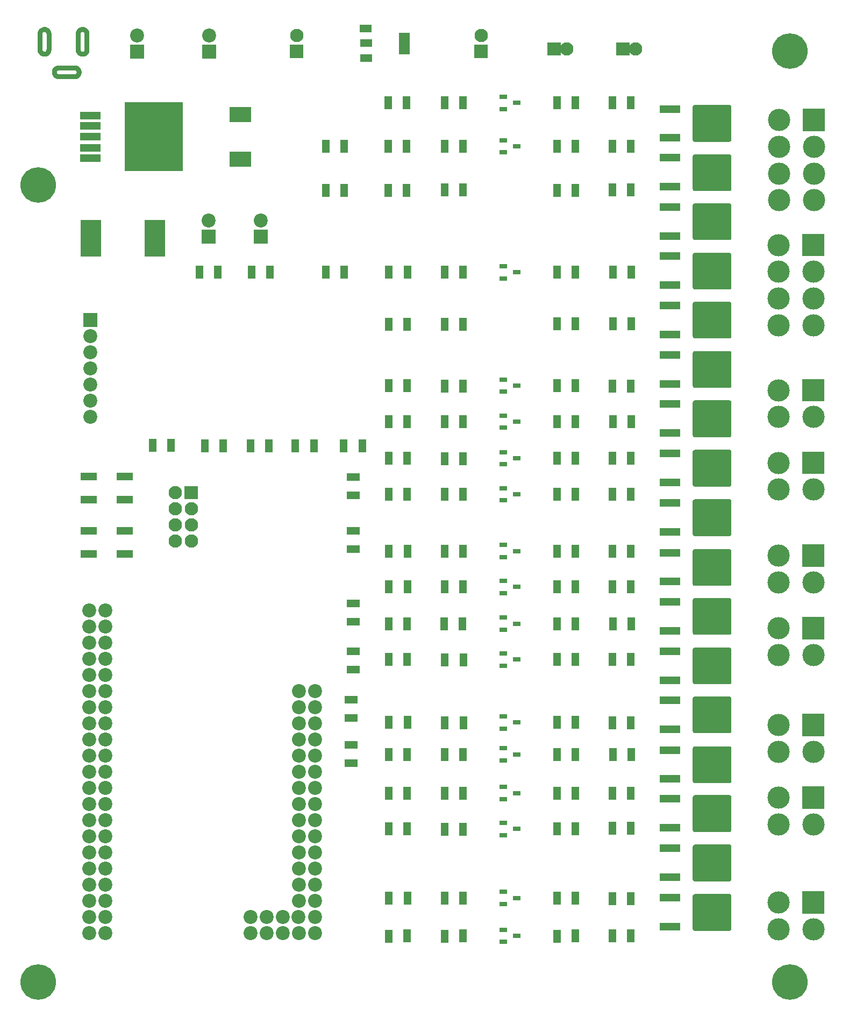
<source format=gbr>
%FSLAX34Y34*%
%MOMM*%
%LNSOLDERMASK_TOP*%
G71*
G01*
%ADD10C, 2.20*%
%ADD11C, 2.20*%
%ADD12C, 2.10*%
%ADD13C, 2.10*%
%ADD14R, 3.35X2.40*%
%ADD15R, 3.30X5.80*%
%ADD16C, 0.20*%
%ADD17R, 2.50X1.30*%
%ADD18R, 3.20X1.20*%
%ADD19R, 9.20X10.80*%
%ADD20C, 2.20*%
%ADD21C, 2.10*%
%ADD22C, 3.50*%
%ADD23R, 1.20X2.00*%
%ADD24R, 2.00X1.20*%
%ADD25R, 3.20X1.30*%
%ADD26R, 1.20X0.80*%
%ADD27R, 1.90X1.20*%
%ADD28R, 1.80X3.50*%
%ADD29C, 0.80*%
%ADD30C, 5.60*%
%LPD*%
X171450Y-1471006D02*
G54D10*
D03*
G36*
X323962Y-71738D02*
X345962Y-71738D01*
X345962Y-93738D01*
X323962Y-93738D01*
X323962Y-71738D01*
G37*
X334962Y-57338D02*
G54D11*
D03*
X221456Y-57338D02*
G54D11*
D03*
G36*
X210456Y-71738D02*
X232456Y-71738D01*
X232456Y-93738D01*
X210456Y-93738D01*
X210456Y-71738D01*
G37*
G36*
X405718Y-363044D02*
X427718Y-363044D01*
X427718Y-385044D01*
X405718Y-385044D01*
X405718Y-363044D01*
G37*
X416718Y-348644D02*
G54D11*
D03*
X334168Y-348644D02*
G54D11*
D03*
G36*
X323168Y-363044D02*
X345168Y-363044D01*
X345168Y-385044D01*
X323168Y-385044D01*
X323168Y-363044D01*
G37*
G36*
X462575Y-72238D02*
X483575Y-72238D01*
X483575Y-93238D01*
X462575Y-93238D01*
X462575Y-72238D01*
G37*
X473075Y-57338D02*
G54D12*
D03*
G36*
X753087Y-72238D02*
X774087Y-72238D01*
X774087Y-93238D01*
X753087Y-93238D01*
X753087Y-72238D01*
G37*
X763587Y-57338D02*
G54D13*
D03*
X384175Y-252600D02*
G54D14*
D03*
X384175Y-181956D02*
G54D14*
D03*
X149225Y-376425D02*
G54D15*
D03*
X250031Y-376425D02*
G54D15*
D03*
G36*
X1154112Y-533588D02*
X1100112Y-533588D01*
X1099465Y-533502D01*
X1098862Y-533253D01*
X1098345Y-532856D01*
X1097947Y-532338D01*
X1097698Y-531735D01*
X1097612Y-531088D01*
X1097612Y-479788D01*
X1097698Y-479141D01*
X1097947Y-478538D01*
X1098345Y-478020D01*
X1098862Y-477623D01*
X1099465Y-477373D01*
X1100112Y-477288D01*
X1154112Y-477288D01*
X1154760Y-477373D01*
X1155362Y-477623D01*
X1155880Y-478020D01*
X1156277Y-478538D01*
X1156527Y-479141D01*
X1156612Y-479788D01*
X1156612Y-531088D01*
X1156527Y-531735D01*
X1156277Y-532338D01*
X1155880Y-532856D01*
X1155362Y-533253D01*
X1154760Y-533502D01*
X1154112Y-533588D01*
G37*
G54D16*
X1154112Y-533588D02*
X1100112Y-533588D01*
X1099465Y-533502D01*
X1098862Y-533253D01*
X1098345Y-532856D01*
X1097947Y-532338D01*
X1097698Y-531735D01*
X1097612Y-531088D01*
X1097612Y-479788D01*
X1097698Y-479141D01*
X1097947Y-478538D01*
X1098345Y-478020D01*
X1098862Y-477623D01*
X1099465Y-477373D01*
X1100112Y-477288D01*
X1154112Y-477288D01*
X1154760Y-477373D01*
X1155362Y-477623D01*
X1155880Y-478020D01*
X1156277Y-478538D01*
X1156527Y-479141D01*
X1156612Y-479788D01*
X1156612Y-531088D01*
X1156527Y-531735D01*
X1156277Y-532338D01*
X1155880Y-532856D01*
X1155362Y-533253D01*
X1154760Y-533502D01*
X1154112Y-533588D01*
G36*
X1154112Y-456594D02*
X1100112Y-456594D01*
X1099465Y-456509D01*
X1098862Y-456259D01*
X1098345Y-455862D01*
X1097947Y-455344D01*
X1097698Y-454741D01*
X1097612Y-454094D01*
X1097612Y-402794D01*
X1097698Y-402147D01*
X1097947Y-401544D01*
X1098345Y-401026D01*
X1098862Y-400629D01*
X1099465Y-400379D01*
X1100112Y-400294D01*
X1154112Y-400294D01*
X1154760Y-400379D01*
X1155362Y-400629D01*
X1155880Y-401026D01*
X1156277Y-401544D01*
X1156527Y-402147D01*
X1156612Y-402794D01*
X1156612Y-454094D01*
X1156527Y-454741D01*
X1156277Y-455344D01*
X1155880Y-455862D01*
X1155362Y-456259D01*
X1154760Y-456509D01*
X1154112Y-456594D01*
G37*
G54D16*
X1154112Y-456594D02*
X1100112Y-456594D01*
X1099465Y-456509D01*
X1098862Y-456259D01*
X1098345Y-455862D01*
X1097947Y-455344D01*
X1097698Y-454741D01*
X1097612Y-454094D01*
X1097612Y-402794D01*
X1097698Y-402147D01*
X1097947Y-401544D01*
X1098345Y-401026D01*
X1098862Y-400629D01*
X1099465Y-400379D01*
X1100112Y-400294D01*
X1154112Y-400294D01*
X1154760Y-400379D01*
X1155362Y-400629D01*
X1155880Y-401026D01*
X1156277Y-401544D01*
X1156527Y-402147D01*
X1156612Y-402794D01*
X1156612Y-454094D01*
X1156527Y-454741D01*
X1156277Y-455344D01*
X1155880Y-455862D01*
X1155362Y-456259D01*
X1154760Y-456509D01*
X1154112Y-456594D01*
G36*
X1154112Y-689163D02*
X1100112Y-689163D01*
X1099465Y-689078D01*
X1098862Y-688828D01*
X1098345Y-688430D01*
X1097947Y-687913D01*
X1097698Y-687310D01*
X1097612Y-686662D01*
X1097612Y-635363D01*
X1097698Y-634716D01*
X1097947Y-634112D01*
X1098345Y-633595D01*
X1098862Y-633198D01*
X1099465Y-632948D01*
X1100112Y-632862D01*
X1154112Y-632862D01*
X1154760Y-632948D01*
X1155362Y-633198D01*
X1155880Y-633595D01*
X1156277Y-634112D01*
X1156527Y-634716D01*
X1156612Y-635363D01*
X1156612Y-686662D01*
X1156527Y-687310D01*
X1156277Y-687913D01*
X1155880Y-688430D01*
X1155362Y-688828D01*
X1154760Y-689078D01*
X1154112Y-689163D01*
G37*
G54D16*
X1154112Y-689163D02*
X1100112Y-689163D01*
X1099465Y-689078D01*
X1098862Y-688828D01*
X1098345Y-688430D01*
X1097947Y-687913D01*
X1097698Y-687310D01*
X1097612Y-686662D01*
X1097612Y-635363D01*
X1097698Y-634716D01*
X1097947Y-634112D01*
X1098345Y-633595D01*
X1098862Y-633198D01*
X1099465Y-632948D01*
X1100112Y-632862D01*
X1154112Y-632862D01*
X1154760Y-632948D01*
X1155362Y-633198D01*
X1155880Y-633595D01*
X1156277Y-634112D01*
X1156527Y-634716D01*
X1156612Y-635363D01*
X1156612Y-686662D01*
X1156527Y-687310D01*
X1156277Y-687913D01*
X1155880Y-688430D01*
X1155362Y-688828D01*
X1154760Y-689078D01*
X1154112Y-689163D01*
G36*
X1154112Y-611375D02*
X1100112Y-611375D01*
X1099465Y-611290D01*
X1098862Y-611040D01*
X1098345Y-610643D01*
X1097947Y-610126D01*
X1097698Y-609522D01*
X1097612Y-608875D01*
X1097612Y-557575D01*
X1097698Y-556928D01*
X1097947Y-556325D01*
X1098345Y-555808D01*
X1098862Y-555410D01*
X1099465Y-555160D01*
X1100112Y-555075D01*
X1154112Y-555075D01*
X1154760Y-555160D01*
X1155362Y-555410D01*
X1155880Y-555808D01*
X1156277Y-556325D01*
X1156527Y-556928D01*
X1156612Y-557575D01*
X1156612Y-608875D01*
X1156527Y-609522D01*
X1156277Y-610126D01*
X1155880Y-610643D01*
X1155362Y-611040D01*
X1154760Y-611290D01*
X1154112Y-611375D01*
G37*
G54D16*
X1154112Y-611375D02*
X1100112Y-611375D01*
X1099465Y-611290D01*
X1098862Y-611040D01*
X1098345Y-610643D01*
X1097947Y-610126D01*
X1097698Y-609522D01*
X1097612Y-608875D01*
X1097612Y-557575D01*
X1097698Y-556928D01*
X1097947Y-556325D01*
X1098345Y-555808D01*
X1098862Y-555410D01*
X1099465Y-555160D01*
X1100112Y-555075D01*
X1154112Y-555075D01*
X1154760Y-555160D01*
X1155362Y-555410D01*
X1155880Y-555808D01*
X1156277Y-556325D01*
X1156527Y-556928D01*
X1156612Y-557575D01*
X1156612Y-608875D01*
X1156527Y-609522D01*
X1156277Y-610126D01*
X1155880Y-610643D01*
X1155362Y-611040D01*
X1154760Y-611290D01*
X1154112Y-611375D01*
G36*
X1154112Y-844738D02*
X1100112Y-844738D01*
X1099465Y-844652D01*
X1098862Y-844403D01*
X1098345Y-844006D01*
X1097947Y-843488D01*
X1097698Y-842885D01*
X1097612Y-842238D01*
X1097612Y-790938D01*
X1097698Y-790290D01*
X1097947Y-789688D01*
X1098345Y-789170D01*
X1098862Y-788773D01*
X1099465Y-788523D01*
X1100112Y-788438D01*
X1154112Y-788438D01*
X1154760Y-788523D01*
X1155362Y-788773D01*
X1155880Y-789170D01*
X1156277Y-789688D01*
X1156527Y-790290D01*
X1156612Y-790938D01*
X1156612Y-842238D01*
X1156527Y-842885D01*
X1156277Y-843488D01*
X1155880Y-844006D01*
X1155362Y-844403D01*
X1154760Y-844652D01*
X1154112Y-844738D01*
G37*
G54D16*
X1154112Y-844738D02*
X1100112Y-844738D01*
X1099465Y-844652D01*
X1098862Y-844403D01*
X1098345Y-844006D01*
X1097947Y-843488D01*
X1097698Y-842885D01*
X1097612Y-842238D01*
X1097612Y-790938D01*
X1097698Y-790290D01*
X1097947Y-789688D01*
X1098345Y-789170D01*
X1098862Y-788773D01*
X1099465Y-788523D01*
X1100112Y-788438D01*
X1154112Y-788438D01*
X1154760Y-788523D01*
X1155362Y-788773D01*
X1155880Y-789170D01*
X1156277Y-789688D01*
X1156527Y-790290D01*
X1156612Y-790938D01*
X1156612Y-842238D01*
X1156527Y-842885D01*
X1156277Y-843488D01*
X1155880Y-844006D01*
X1155362Y-844403D01*
X1154760Y-844652D01*
X1154112Y-844738D01*
G36*
X1154112Y-766950D02*
X1100112Y-766950D01*
X1099465Y-766865D01*
X1098862Y-766615D01*
X1098345Y-766218D01*
X1097947Y-765700D01*
X1097698Y-765098D01*
X1097612Y-764450D01*
X1097612Y-713150D01*
X1097698Y-712503D01*
X1097947Y-711900D01*
X1098345Y-711382D01*
X1098862Y-710985D01*
X1099465Y-710736D01*
X1100112Y-710650D01*
X1154112Y-710650D01*
X1154760Y-710736D01*
X1155362Y-710985D01*
X1155880Y-711382D01*
X1156277Y-711900D01*
X1156527Y-712503D01*
X1156612Y-713150D01*
X1156612Y-764450D01*
X1156527Y-765098D01*
X1156277Y-765700D01*
X1155880Y-766218D01*
X1155362Y-766615D01*
X1154760Y-766865D01*
X1154112Y-766950D01*
G37*
G54D16*
X1154112Y-766950D02*
X1100112Y-766950D01*
X1099465Y-766865D01*
X1098862Y-766615D01*
X1098345Y-766218D01*
X1097947Y-765700D01*
X1097698Y-765098D01*
X1097612Y-764450D01*
X1097612Y-713150D01*
X1097698Y-712503D01*
X1097947Y-711900D01*
X1098345Y-711382D01*
X1098862Y-710985D01*
X1099465Y-710736D01*
X1100112Y-710650D01*
X1154112Y-710650D01*
X1154760Y-710736D01*
X1155362Y-710985D01*
X1155880Y-711382D01*
X1156277Y-711900D01*
X1156527Y-712503D01*
X1156612Y-713150D01*
X1156612Y-764450D01*
X1156527Y-765098D01*
X1156277Y-765700D01*
X1155880Y-766218D01*
X1155362Y-766615D01*
X1154760Y-766865D01*
X1154112Y-766950D01*
G36*
X1154112Y-1000313D02*
X1100112Y-1000313D01*
X1099465Y-1000228D01*
X1098862Y-999978D01*
X1098345Y-999580D01*
X1097947Y-999063D01*
X1097698Y-998460D01*
X1097612Y-997813D01*
X1097612Y-946513D01*
X1097698Y-945866D01*
X1097947Y-945262D01*
X1098345Y-944745D01*
X1098862Y-944348D01*
X1099465Y-944098D01*
X1100112Y-944013D01*
X1154112Y-944013D01*
X1154760Y-944098D01*
X1155362Y-944348D01*
X1155880Y-944745D01*
X1156277Y-945262D01*
X1156527Y-945866D01*
X1156612Y-946513D01*
X1156612Y-997813D01*
X1156527Y-998460D01*
X1156277Y-999063D01*
X1155880Y-999580D01*
X1155362Y-999978D01*
X1154760Y-1000228D01*
X1154112Y-1000313D01*
G37*
G54D16*
X1154112Y-1000313D02*
X1100112Y-1000313D01*
X1099465Y-1000228D01*
X1098862Y-999978D01*
X1098345Y-999580D01*
X1097947Y-999063D01*
X1097698Y-998460D01*
X1097612Y-997813D01*
X1097612Y-946513D01*
X1097698Y-945866D01*
X1097947Y-945262D01*
X1098345Y-944745D01*
X1098862Y-944348D01*
X1099465Y-944098D01*
X1100112Y-944013D01*
X1154112Y-944013D01*
X1154760Y-944098D01*
X1155362Y-944348D01*
X1155880Y-944745D01*
X1156277Y-945262D01*
X1156527Y-945866D01*
X1156612Y-946513D01*
X1156612Y-997813D01*
X1156527Y-998460D01*
X1156277Y-999063D01*
X1155880Y-999580D01*
X1155362Y-999978D01*
X1154760Y-1000228D01*
X1154112Y-1000313D01*
G36*
X1154112Y-923319D02*
X1100112Y-923319D01*
X1099465Y-923234D01*
X1098862Y-922984D01*
X1098345Y-922587D01*
X1097947Y-922069D01*
X1097698Y-921466D01*
X1097612Y-920819D01*
X1097612Y-869519D01*
X1097698Y-868872D01*
X1097947Y-868269D01*
X1098345Y-867751D01*
X1098862Y-867354D01*
X1099465Y-867104D01*
X1100112Y-867019D01*
X1154112Y-867019D01*
X1154760Y-867104D01*
X1155362Y-867354D01*
X1155880Y-867751D01*
X1156277Y-868269D01*
X1156527Y-868872D01*
X1156612Y-869519D01*
X1156612Y-920819D01*
X1156527Y-921466D01*
X1156277Y-922069D01*
X1155880Y-922587D01*
X1155362Y-922984D01*
X1154760Y-923234D01*
X1154112Y-923319D01*
G37*
G54D16*
X1154112Y-923319D02*
X1100112Y-923319D01*
X1099465Y-923234D01*
X1098862Y-922984D01*
X1098345Y-922587D01*
X1097947Y-922069D01*
X1097698Y-921466D01*
X1097612Y-920819D01*
X1097612Y-869519D01*
X1097698Y-868872D01*
X1097947Y-868269D01*
X1098345Y-867751D01*
X1098862Y-867354D01*
X1099465Y-867104D01*
X1100112Y-867019D01*
X1154112Y-867019D01*
X1154760Y-867104D01*
X1155362Y-867354D01*
X1155880Y-867751D01*
X1156277Y-868269D01*
X1156527Y-868872D01*
X1156612Y-869519D01*
X1156612Y-920819D01*
X1156527Y-921466D01*
X1156277Y-922069D01*
X1155880Y-922587D01*
X1155362Y-922984D01*
X1154760Y-923234D01*
X1154112Y-923319D01*
G36*
X1154112Y-1155094D02*
X1100112Y-1155094D01*
X1099465Y-1155008D01*
X1098862Y-1154759D01*
X1098345Y-1154362D01*
X1097947Y-1153844D01*
X1097698Y-1153241D01*
X1097612Y-1152594D01*
X1097612Y-1101294D01*
X1097698Y-1100647D01*
X1097947Y-1100044D01*
X1098345Y-1099526D01*
X1098862Y-1099129D01*
X1099465Y-1098879D01*
X1100112Y-1098794D01*
X1154112Y-1098794D01*
X1154760Y-1098879D01*
X1155362Y-1099129D01*
X1155880Y-1099526D01*
X1156277Y-1100044D01*
X1156527Y-1100647D01*
X1156612Y-1101294D01*
X1156612Y-1152594D01*
X1156527Y-1153241D01*
X1156277Y-1153844D01*
X1155880Y-1154362D01*
X1155362Y-1154759D01*
X1154760Y-1155008D01*
X1154112Y-1155094D01*
G37*
G54D16*
X1154112Y-1155094D02*
X1100112Y-1155094D01*
X1099465Y-1155008D01*
X1098862Y-1154759D01*
X1098345Y-1154362D01*
X1097947Y-1153844D01*
X1097698Y-1153241D01*
X1097612Y-1152594D01*
X1097612Y-1101294D01*
X1097698Y-1100647D01*
X1097947Y-1100044D01*
X1098345Y-1099526D01*
X1098862Y-1099129D01*
X1099465Y-1098879D01*
X1100112Y-1098794D01*
X1154112Y-1098794D01*
X1154760Y-1098879D01*
X1155362Y-1099129D01*
X1155880Y-1099526D01*
X1156277Y-1100044D01*
X1156527Y-1100647D01*
X1156612Y-1101294D01*
X1156612Y-1152594D01*
X1156527Y-1153241D01*
X1156277Y-1153844D01*
X1155880Y-1154362D01*
X1155362Y-1154759D01*
X1154760Y-1155008D01*
X1154112Y-1155094D01*
G36*
X1154112Y-1078100D02*
X1100112Y-1078100D01*
X1099465Y-1078015D01*
X1098862Y-1077765D01*
X1098345Y-1077368D01*
X1097947Y-1076850D01*
X1097698Y-1076247D01*
X1097612Y-1075600D01*
X1097612Y-1024300D01*
X1097698Y-1023653D01*
X1097947Y-1023050D01*
X1098345Y-1022532D01*
X1098862Y-1022135D01*
X1099465Y-1021886D01*
X1100112Y-1021800D01*
X1154112Y-1021800D01*
X1154760Y-1021886D01*
X1155362Y-1022135D01*
X1155880Y-1022532D01*
X1156277Y-1023050D01*
X1156527Y-1023653D01*
X1156612Y-1024300D01*
X1156612Y-1075600D01*
X1156527Y-1076247D01*
X1156277Y-1076850D01*
X1155880Y-1077368D01*
X1155362Y-1077765D01*
X1154760Y-1078015D01*
X1154112Y-1078100D01*
G37*
G54D16*
X1154112Y-1078100D02*
X1100112Y-1078100D01*
X1099465Y-1078015D01*
X1098862Y-1077765D01*
X1098345Y-1077368D01*
X1097947Y-1076850D01*
X1097698Y-1076247D01*
X1097612Y-1075600D01*
X1097612Y-1024300D01*
X1097698Y-1023653D01*
X1097947Y-1023050D01*
X1098345Y-1022532D01*
X1098862Y-1022135D01*
X1099465Y-1021886D01*
X1100112Y-1021800D01*
X1154112Y-1021800D01*
X1154760Y-1021886D01*
X1155362Y-1022135D01*
X1155880Y-1022532D01*
X1156277Y-1023050D01*
X1156527Y-1023653D01*
X1156612Y-1024300D01*
X1156612Y-1075600D01*
X1156527Y-1076247D01*
X1156277Y-1076850D01*
X1155880Y-1077368D01*
X1155362Y-1077765D01*
X1154760Y-1078015D01*
X1154112Y-1078100D01*
G36*
X1154112Y-1310669D02*
X1100112Y-1310669D01*
X1099465Y-1310584D01*
X1098862Y-1310334D01*
X1098345Y-1309937D01*
X1097947Y-1309419D01*
X1097698Y-1308816D01*
X1097612Y-1308169D01*
X1097612Y-1256869D01*
X1097698Y-1256222D01*
X1097947Y-1255619D01*
X1098345Y-1255101D01*
X1098862Y-1254704D01*
X1099465Y-1254454D01*
X1100112Y-1254369D01*
X1154112Y-1254369D01*
X1154760Y-1254454D01*
X1155362Y-1254704D01*
X1155880Y-1255101D01*
X1156277Y-1255619D01*
X1156527Y-1256222D01*
X1156612Y-1256869D01*
X1156612Y-1308169D01*
X1156527Y-1308816D01*
X1156277Y-1309419D01*
X1155880Y-1309937D01*
X1155362Y-1310334D01*
X1154760Y-1310584D01*
X1154112Y-1310669D01*
G37*
G54D16*
X1154112Y-1310669D02*
X1100112Y-1310669D01*
X1099465Y-1310584D01*
X1098862Y-1310334D01*
X1098345Y-1309937D01*
X1097947Y-1309419D01*
X1097698Y-1308816D01*
X1097612Y-1308169D01*
X1097612Y-1256869D01*
X1097698Y-1256222D01*
X1097947Y-1255619D01*
X1098345Y-1255101D01*
X1098862Y-1254704D01*
X1099465Y-1254454D01*
X1100112Y-1254369D01*
X1154112Y-1254369D01*
X1154760Y-1254454D01*
X1155362Y-1254704D01*
X1155880Y-1255101D01*
X1156277Y-1255619D01*
X1156527Y-1256222D01*
X1156612Y-1256869D01*
X1156612Y-1308169D01*
X1156527Y-1308816D01*
X1156277Y-1309419D01*
X1155880Y-1309937D01*
X1155362Y-1310334D01*
X1154760Y-1310584D01*
X1154112Y-1310669D01*
G36*
X1154112Y-1233675D02*
X1100112Y-1233675D01*
X1099465Y-1233590D01*
X1098862Y-1233340D01*
X1098345Y-1232943D01*
X1097947Y-1232425D01*
X1097698Y-1231822D01*
X1097612Y-1231175D01*
X1097612Y-1179875D01*
X1097698Y-1179228D01*
X1097947Y-1178625D01*
X1098345Y-1178108D01*
X1098862Y-1177710D01*
X1099465Y-1177460D01*
X1100112Y-1177375D01*
X1154112Y-1177375D01*
X1154760Y-1177460D01*
X1155362Y-1177710D01*
X1155880Y-1178108D01*
X1156277Y-1178625D01*
X1156527Y-1179228D01*
X1156612Y-1179875D01*
X1156612Y-1231175D01*
X1156527Y-1231822D01*
X1156277Y-1232425D01*
X1155880Y-1232943D01*
X1155362Y-1233340D01*
X1154760Y-1233590D01*
X1154112Y-1233675D01*
G37*
G54D16*
X1154112Y-1233675D02*
X1100112Y-1233675D01*
X1099465Y-1233590D01*
X1098862Y-1233340D01*
X1098345Y-1232943D01*
X1097947Y-1232425D01*
X1097698Y-1231822D01*
X1097612Y-1231175D01*
X1097612Y-1179875D01*
X1097698Y-1179228D01*
X1097947Y-1178625D01*
X1098345Y-1178108D01*
X1098862Y-1177710D01*
X1099465Y-1177460D01*
X1100112Y-1177375D01*
X1154112Y-1177375D01*
X1154760Y-1177460D01*
X1155362Y-1177710D01*
X1155880Y-1178108D01*
X1156277Y-1178625D01*
X1156527Y-1179228D01*
X1156612Y-1179875D01*
X1156612Y-1231175D01*
X1156527Y-1231822D01*
X1156277Y-1232425D01*
X1155880Y-1232943D01*
X1155362Y-1233340D01*
X1154760Y-1233590D01*
X1154112Y-1233675D01*
G36*
X1154112Y-1466244D02*
X1100112Y-1466244D01*
X1099465Y-1466158D01*
X1098862Y-1465909D01*
X1098345Y-1465512D01*
X1097947Y-1464994D01*
X1097698Y-1464391D01*
X1097612Y-1463744D01*
X1097612Y-1412444D01*
X1097698Y-1411797D01*
X1097947Y-1411194D01*
X1098345Y-1410676D01*
X1098862Y-1410279D01*
X1099465Y-1410029D01*
X1100112Y-1409944D01*
X1154112Y-1409944D01*
X1154760Y-1410029D01*
X1155362Y-1410279D01*
X1155880Y-1410676D01*
X1156277Y-1411194D01*
X1156527Y-1411797D01*
X1156612Y-1412444D01*
X1156612Y-1463744D01*
X1156527Y-1464391D01*
X1156277Y-1464994D01*
X1155880Y-1465512D01*
X1155362Y-1465909D01*
X1154760Y-1466158D01*
X1154112Y-1466244D01*
G37*
G54D16*
X1154112Y-1466244D02*
X1100112Y-1466244D01*
X1099465Y-1466158D01*
X1098862Y-1465909D01*
X1098345Y-1465512D01*
X1097947Y-1464994D01*
X1097698Y-1464391D01*
X1097612Y-1463744D01*
X1097612Y-1412444D01*
X1097698Y-1411797D01*
X1097947Y-1411194D01*
X1098345Y-1410676D01*
X1098862Y-1410279D01*
X1099465Y-1410029D01*
X1100112Y-1409944D01*
X1154112Y-1409944D01*
X1154760Y-1410029D01*
X1155362Y-1410279D01*
X1155880Y-1410676D01*
X1156277Y-1411194D01*
X1156527Y-1411797D01*
X1156612Y-1412444D01*
X1156612Y-1463744D01*
X1156527Y-1464391D01*
X1156277Y-1464994D01*
X1155880Y-1465512D01*
X1155362Y-1465909D01*
X1154760Y-1466158D01*
X1154112Y-1466244D01*
G36*
X1154112Y-1388456D02*
X1100112Y-1388456D01*
X1099465Y-1388371D01*
X1098862Y-1388122D01*
X1098345Y-1387724D01*
X1097947Y-1387206D01*
X1097698Y-1386604D01*
X1097612Y-1385956D01*
X1097612Y-1334656D01*
X1097698Y-1334009D01*
X1097947Y-1333406D01*
X1098345Y-1332888D01*
X1098862Y-1332492D01*
X1099465Y-1332242D01*
X1100112Y-1332156D01*
X1154112Y-1332156D01*
X1154760Y-1332242D01*
X1155362Y-1332492D01*
X1155880Y-1332888D01*
X1156277Y-1333406D01*
X1156527Y-1334009D01*
X1156612Y-1334656D01*
X1156612Y-1385956D01*
X1156527Y-1386604D01*
X1156277Y-1387206D01*
X1155880Y-1387724D01*
X1155362Y-1388122D01*
X1154760Y-1388371D01*
X1154112Y-1388456D01*
G37*
G54D16*
X1154112Y-1388456D02*
X1100112Y-1388456D01*
X1099465Y-1388371D01*
X1098862Y-1388122D01*
X1098345Y-1387724D01*
X1097947Y-1387206D01*
X1097698Y-1386604D01*
X1097612Y-1385956D01*
X1097612Y-1334656D01*
X1097698Y-1334009D01*
X1097947Y-1333406D01*
X1098345Y-1332888D01*
X1098862Y-1332492D01*
X1099465Y-1332242D01*
X1100112Y-1332156D01*
X1154112Y-1332156D01*
X1154760Y-1332242D01*
X1155362Y-1332492D01*
X1155880Y-1332888D01*
X1156277Y-1333406D01*
X1156527Y-1334009D01*
X1156612Y-1334656D01*
X1156612Y-1385956D01*
X1156527Y-1386604D01*
X1156277Y-1387206D01*
X1155880Y-1387724D01*
X1155362Y-1388122D01*
X1154760Y-1388371D01*
X1154112Y-1388456D01*
G36*
X1154112Y-224025D02*
X1100112Y-224025D01*
X1099465Y-223940D01*
X1098862Y-223690D01*
X1098345Y-223293D01*
X1097947Y-222775D01*
X1097698Y-222172D01*
X1097612Y-221525D01*
X1097612Y-170225D01*
X1097698Y-169578D01*
X1097947Y-168975D01*
X1098345Y-168457D01*
X1098862Y-168060D01*
X1099465Y-167810D01*
X1100112Y-167725D01*
X1154112Y-167725D01*
X1154760Y-167810D01*
X1155362Y-168060D01*
X1155880Y-168457D01*
X1156277Y-168975D01*
X1156527Y-169578D01*
X1156612Y-170225D01*
X1156612Y-221525D01*
X1156527Y-222172D01*
X1156277Y-222775D01*
X1155880Y-223293D01*
X1155362Y-223690D01*
X1154760Y-223940D01*
X1154112Y-224025D01*
G37*
G54D16*
X1154112Y-224025D02*
X1100112Y-224025D01*
X1099465Y-223940D01*
X1098862Y-223690D01*
X1098345Y-223293D01*
X1097947Y-222775D01*
X1097698Y-222172D01*
X1097612Y-221525D01*
X1097612Y-170225D01*
X1097698Y-169578D01*
X1097947Y-168975D01*
X1098345Y-168457D01*
X1098862Y-168060D01*
X1099465Y-167810D01*
X1100112Y-167725D01*
X1154112Y-167725D01*
X1154760Y-167810D01*
X1155362Y-168060D01*
X1155880Y-168457D01*
X1156277Y-168975D01*
X1156527Y-169578D01*
X1156612Y-170225D01*
X1156612Y-221525D01*
X1156527Y-222172D01*
X1156277Y-222775D01*
X1155880Y-223293D01*
X1155362Y-223690D01*
X1154760Y-223940D01*
X1154112Y-224025D01*
G36*
X1154112Y-301813D02*
X1100112Y-301813D01*
X1099465Y-301727D01*
X1098862Y-301478D01*
X1098345Y-301080D01*
X1097947Y-300563D01*
X1097698Y-299960D01*
X1097612Y-299313D01*
X1097612Y-248013D01*
X1097698Y-247366D01*
X1097947Y-246763D01*
X1098345Y-246245D01*
X1098862Y-245848D01*
X1099465Y-245598D01*
X1100112Y-245513D01*
X1154112Y-245513D01*
X1154760Y-245598D01*
X1155362Y-245848D01*
X1155880Y-246245D01*
X1156277Y-246763D01*
X1156527Y-247366D01*
X1156612Y-248013D01*
X1156612Y-299313D01*
X1156527Y-299960D01*
X1156277Y-300563D01*
X1155880Y-301080D01*
X1155362Y-301478D01*
X1154760Y-301727D01*
X1154112Y-301813D01*
G37*
G54D16*
X1154112Y-301813D02*
X1100112Y-301813D01*
X1099465Y-301727D01*
X1098862Y-301478D01*
X1098345Y-301080D01*
X1097947Y-300563D01*
X1097698Y-299960D01*
X1097612Y-299313D01*
X1097612Y-248013D01*
X1097698Y-247366D01*
X1097947Y-246763D01*
X1098345Y-246245D01*
X1098862Y-245848D01*
X1099465Y-245598D01*
X1100112Y-245513D01*
X1154112Y-245513D01*
X1154760Y-245598D01*
X1155362Y-245848D01*
X1155880Y-246245D01*
X1156277Y-246763D01*
X1156527Y-247366D01*
X1156612Y-248013D01*
X1156612Y-299313D01*
X1156527Y-299960D01*
X1156277Y-300563D01*
X1155880Y-301080D01*
X1155362Y-301478D01*
X1154760Y-301727D01*
X1154112Y-301813D01*
G36*
X1154112Y-378806D02*
X1100112Y-378806D01*
X1099465Y-378721D01*
X1098862Y-378472D01*
X1098345Y-378074D01*
X1097947Y-377556D01*
X1097698Y-376954D01*
X1097612Y-376306D01*
X1097612Y-325006D01*
X1097698Y-324359D01*
X1097947Y-323756D01*
X1098345Y-323239D01*
X1098862Y-322841D01*
X1099465Y-322592D01*
X1100112Y-322506D01*
X1154112Y-322506D01*
X1154760Y-322592D01*
X1155362Y-322841D01*
X1155880Y-323239D01*
X1156277Y-323756D01*
X1156527Y-324359D01*
X1156612Y-325006D01*
X1156612Y-376306D01*
X1156527Y-376954D01*
X1156277Y-377556D01*
X1155880Y-378074D01*
X1155362Y-378472D01*
X1154760Y-378721D01*
X1154112Y-378806D01*
G37*
G54D16*
X1154112Y-378806D02*
X1100112Y-378806D01*
X1099465Y-378721D01*
X1098862Y-378472D01*
X1098345Y-378074D01*
X1097947Y-377556D01*
X1097698Y-376954D01*
X1097612Y-376306D01*
X1097612Y-325006D01*
X1097698Y-324359D01*
X1097947Y-323756D01*
X1098345Y-323239D01*
X1098862Y-322841D01*
X1099465Y-322592D01*
X1100112Y-322506D01*
X1154112Y-322506D01*
X1154760Y-322592D01*
X1155362Y-322841D01*
X1155880Y-323239D01*
X1156277Y-323756D01*
X1156527Y-324359D01*
X1156612Y-325006D01*
X1156612Y-376306D01*
X1156527Y-376954D01*
X1156277Y-377556D01*
X1155880Y-378074D01*
X1155362Y-378472D01*
X1154760Y-378721D01*
X1154112Y-378806D01*
X202406Y-788382D02*
G54D17*
D03*
X145256Y-788382D02*
G54D17*
D03*
X145256Y-751869D02*
G54D17*
D03*
X202406Y-751869D02*
G54D17*
D03*
X202406Y-874106D02*
G54D17*
D03*
X145256Y-874106D02*
G54D17*
D03*
X145256Y-837594D02*
G54D17*
D03*
X202406Y-837594D02*
G54D17*
D03*
X148431Y-183544D02*
G54D18*
D03*
X148431Y-200213D02*
G54D18*
D03*
X148431Y-216882D02*
G54D18*
D03*
X148431Y-234344D02*
G54D18*
D03*
X148431Y-251013D02*
G54D18*
D03*
X247650Y-216882D02*
G54D19*
D03*
X146050Y-963006D02*
G54D20*
D03*
X146050Y-988406D02*
G54D20*
D03*
X146050Y-1013806D02*
G54D20*
D03*
X146050Y-1039206D02*
G54D20*
D03*
X146050Y-1064606D02*
G54D20*
D03*
X146050Y-1090006D02*
G54D20*
D03*
X146050Y-1115406D02*
G54D20*
D03*
X146050Y-1140806D02*
G54D20*
D03*
X146050Y-1166206D02*
G54D20*
D03*
X146050Y-1191606D02*
G54D20*
D03*
X146050Y-1217006D02*
G54D20*
D03*
X146050Y-1242406D02*
G54D20*
D03*
X146050Y-1267806D02*
G54D20*
D03*
X146050Y-1293206D02*
G54D20*
D03*
X146050Y-1318606D02*
G54D20*
D03*
X146050Y-1344006D02*
G54D20*
D03*
X146050Y-1369406D02*
G54D20*
D03*
X146050Y-1394806D02*
G54D20*
D03*
X146050Y-1420206D02*
G54D20*
D03*
X146050Y-1445606D02*
G54D20*
D03*
X146050Y-1471006D02*
G54D20*
D03*
X171450Y-1445606D02*
G54D10*
D03*
X171450Y-1420206D02*
G54D10*
D03*
X171450Y-1394806D02*
G54D10*
D03*
X171450Y-1369406D02*
G54D10*
D03*
X171450Y-1344006D02*
G54D10*
D03*
X171450Y-1318606D02*
G54D10*
D03*
X171450Y-1293206D02*
G54D10*
D03*
X171450Y-1267806D02*
G54D10*
D03*
X171450Y-1242406D02*
G54D10*
D03*
X171450Y-1217006D02*
G54D10*
D03*
X171450Y-1191606D02*
G54D10*
D03*
X171450Y-1166206D02*
G54D10*
D03*
X171450Y-1140806D02*
G54D10*
D03*
X171450Y-1115406D02*
G54D10*
D03*
X171450Y-1090006D02*
G54D10*
D03*
X171450Y-1064606D02*
G54D10*
D03*
X171450Y-1039206D02*
G54D10*
D03*
X171450Y-1013806D02*
G54D10*
D03*
X171450Y-988406D02*
G54D10*
D03*
X171450Y-963006D02*
G54D10*
D03*
X476250Y-1090006D02*
G54D20*
D03*
X476250Y-1115406D02*
G54D20*
D03*
X476250Y-1140806D02*
G54D20*
D03*
X476250Y-1166206D02*
G54D20*
D03*
X476250Y-1191606D02*
G54D20*
D03*
X476250Y-1217006D02*
G54D20*
D03*
X476250Y-1242406D02*
G54D20*
D03*
X476250Y-1267806D02*
G54D20*
D03*
X476250Y-1293206D02*
G54D20*
D03*
X476250Y-1318606D02*
G54D20*
D03*
X476250Y-1344006D02*
G54D20*
D03*
X476250Y-1369406D02*
G54D20*
D03*
X476250Y-1394806D02*
G54D20*
D03*
X476250Y-1420206D02*
G54D20*
D03*
X475456Y-1445606D02*
G54D20*
D03*
X476250Y-1471006D02*
G54D20*
D03*
X501650Y-1471006D02*
G54D20*
D03*
X501650Y-1445606D02*
G54D20*
D03*
X501650Y-1420206D02*
G54D20*
D03*
X501650Y-1394806D02*
G54D20*
D03*
X501650Y-1369406D02*
G54D20*
D03*
X501650Y-1344006D02*
G54D20*
D03*
X501650Y-1318606D02*
G54D20*
D03*
X501650Y-1293206D02*
G54D20*
D03*
X501650Y-1267806D02*
G54D20*
D03*
X501650Y-1242406D02*
G54D20*
D03*
X501650Y-1217006D02*
G54D20*
D03*
X501650Y-1191606D02*
G54D20*
D03*
X501650Y-1166206D02*
G54D20*
D03*
X501650Y-1140806D02*
G54D20*
D03*
X501650Y-1115406D02*
G54D20*
D03*
X501650Y-1090006D02*
G54D20*
D03*
X400050Y-1471006D02*
G54D20*
D03*
X425450Y-1471006D02*
G54D20*
D03*
X450850Y-1471006D02*
G54D20*
D03*
X450850Y-1445606D02*
G54D20*
D03*
X425450Y-1445606D02*
G54D20*
D03*
X400050Y-1445606D02*
G54D20*
D03*
G36*
X296681Y-766769D02*
X317681Y-766769D01*
X317681Y-787769D01*
X296681Y-787769D01*
X296681Y-766769D01*
G37*
X307181Y-802669D02*
G54D21*
D03*
X307181Y-828069D02*
G54D21*
D03*
X307181Y-853469D02*
G54D21*
D03*
X281781Y-777269D02*
G54D21*
D03*
X281781Y-802669D02*
G54D21*
D03*
X281781Y-828069D02*
G54D21*
D03*
X281781Y-853469D02*
G54D21*
D03*
G36*
X1269962Y-173188D02*
X1304962Y-173188D01*
X1304962Y-208188D01*
X1269962Y-208188D01*
X1269962Y-173188D01*
G37*
X1287462Y-232756D02*
G54D22*
D03*
X1287462Y-274825D02*
G54D22*
D03*
X1287462Y-316894D02*
G54D22*
D03*
X1232694Y-190688D02*
G54D22*
D03*
X1232694Y-232756D02*
G54D22*
D03*
X1232694Y-274825D02*
G54D22*
D03*
X1232694Y-316894D02*
G54D22*
D03*
G36*
X1269168Y-370038D02*
X1304168Y-370038D01*
X1304168Y-405038D01*
X1269168Y-405038D01*
X1269168Y-370038D01*
G37*
X1286668Y-429606D02*
G54D22*
D03*
X1286668Y-471675D02*
G54D22*
D03*
X1286668Y-513744D02*
G54D22*
D03*
X1231900Y-387538D02*
G54D22*
D03*
X1231900Y-429606D02*
G54D22*
D03*
X1231900Y-471675D02*
G54D22*
D03*
X1231900Y-513744D02*
G54D22*
D03*
G36*
X976131Y-68269D02*
X997131Y-68269D01*
X997131Y-89269D01*
X976131Y-89269D01*
X976131Y-68269D01*
G37*
X1006475Y-78769D02*
G54D12*
D03*
G36*
X868181Y-68269D02*
X889181Y-68269D01*
X889181Y-89269D01*
X868181Y-89269D01*
X868181Y-68269D01*
G37*
X898525Y-78769D02*
G54D12*
D03*
G36*
X1269168Y-598638D02*
X1304168Y-598638D01*
X1304168Y-633638D01*
X1269168Y-633638D01*
X1269168Y-598638D01*
G37*
X1286668Y-658206D02*
G54D22*
D03*
X1231900Y-616138D02*
G54D22*
D03*
X1231900Y-658206D02*
G54D22*
D03*
G36*
X1269168Y-712938D02*
X1304168Y-712938D01*
X1304168Y-747938D01*
X1269168Y-747938D01*
X1269168Y-712938D01*
G37*
X1286668Y-772506D02*
G54D22*
D03*
X1231900Y-730438D02*
G54D22*
D03*
X1231900Y-772506D02*
G54D22*
D03*
G36*
X1269168Y-858988D02*
X1304168Y-858988D01*
X1304168Y-893988D01*
X1269168Y-893988D01*
X1269168Y-858988D01*
G37*
X1286668Y-918556D02*
G54D22*
D03*
X1231900Y-876488D02*
G54D22*
D03*
X1231900Y-918556D02*
G54D22*
D03*
G36*
X1269168Y-973288D02*
X1304168Y-973288D01*
X1304168Y-1008288D01*
X1269168Y-1008288D01*
X1269168Y-973288D01*
G37*
X1286668Y-1032856D02*
G54D22*
D03*
X1231900Y-990788D02*
G54D22*
D03*
X1231900Y-1032856D02*
G54D22*
D03*
G36*
X1269168Y-1405088D02*
X1304168Y-1405088D01*
X1304168Y-1440088D01*
X1269168Y-1440088D01*
X1269168Y-1405088D01*
G37*
X1286668Y-1464656D02*
G54D22*
D03*
X1231900Y-1422588D02*
G54D22*
D03*
X1231900Y-1464656D02*
G54D22*
D03*
G36*
X1269168Y-1125688D02*
X1304168Y-1125688D01*
X1304168Y-1160688D01*
X1269168Y-1160688D01*
X1269168Y-1125688D01*
G37*
X1286668Y-1185256D02*
G54D22*
D03*
X1231900Y-1143188D02*
G54D22*
D03*
X1231900Y-1185256D02*
G54D22*
D03*
G36*
X1269168Y-1239988D02*
X1304168Y-1239988D01*
X1304168Y-1274988D01*
X1269168Y-1274988D01*
X1269168Y-1239988D01*
G37*
X1286668Y-1299556D02*
G54D22*
D03*
X1231900Y-1257488D02*
G54D22*
D03*
X1231900Y-1299556D02*
G54D22*
D03*
G36*
X159034Y-516806D02*
X137034Y-516806D01*
X137034Y-494806D01*
X159034Y-494806D01*
X159034Y-516806D01*
G37*
X148034Y-531206D02*
G54D11*
D03*
X148034Y-556606D02*
G54D11*
D03*
X148034Y-582006D02*
G54D11*
D03*
X148034Y-607406D02*
G54D11*
D03*
X148034Y-632806D02*
G54D11*
D03*
X148034Y-658206D02*
G54D11*
D03*
X645715Y-163700D02*
G54D23*
D03*
X616789Y-163705D02*
G54D23*
D03*
X734615Y-163700D02*
G54D23*
D03*
X705689Y-163705D02*
G54D23*
D03*
X734615Y-231963D02*
G54D23*
D03*
X705689Y-231968D02*
G54D23*
D03*
X645715Y-231963D02*
G54D23*
D03*
X616789Y-231968D02*
G54D23*
D03*
X548084Y-231963D02*
G54D23*
D03*
X519158Y-231968D02*
G54D23*
D03*
X548084Y-301813D02*
G54D23*
D03*
X519158Y-301818D02*
G54D23*
D03*
X646112Y-301416D02*
G54D23*
D03*
X617186Y-301421D02*
G54D23*
D03*
X734615Y-301019D02*
G54D23*
D03*
X705689Y-301024D02*
G54D23*
D03*
X548084Y-430400D02*
G54D23*
D03*
X519158Y-430405D02*
G54D23*
D03*
X647303Y-430400D02*
G54D23*
D03*
X618377Y-430405D02*
G54D23*
D03*
X734615Y-430400D02*
G54D23*
D03*
X705689Y-430405D02*
G54D23*
D03*
X646906Y-512156D02*
G54D23*
D03*
X617980Y-512161D02*
G54D23*
D03*
X734615Y-512156D02*
G54D23*
D03*
X705689Y-512161D02*
G54D23*
D03*
X912018Y-430400D02*
G54D23*
D03*
X883092Y-430405D02*
G54D23*
D03*
X999728Y-430400D02*
G54D23*
D03*
X970802Y-430405D02*
G54D23*
D03*
X999728Y-511760D02*
G54D23*
D03*
X970802Y-511764D02*
G54D23*
D03*
X911622Y-511760D02*
G54D23*
D03*
X882696Y-511764D02*
G54D23*
D03*
X911622Y-608994D02*
G54D23*
D03*
X882696Y-608999D02*
G54D23*
D03*
X999331Y-609788D02*
G54D23*
D03*
X970405Y-609792D02*
G54D23*
D03*
X999728Y-665747D02*
G54D23*
D03*
X970802Y-665752D02*
G54D23*
D03*
X911622Y-665747D02*
G54D23*
D03*
X882696Y-665752D02*
G54D23*
D03*
X912018Y-723294D02*
G54D23*
D03*
X883092Y-723299D02*
G54D23*
D03*
X911622Y-780047D02*
G54D23*
D03*
X882696Y-780052D02*
G54D23*
D03*
X999331Y-723294D02*
G54D23*
D03*
X970405Y-723299D02*
G54D23*
D03*
X999331Y-780047D02*
G54D23*
D03*
X970405Y-780052D02*
G54D23*
D03*
X912018Y-869344D02*
G54D23*
D03*
X883092Y-869349D02*
G54D23*
D03*
X999331Y-869344D02*
G54D23*
D03*
X970405Y-869349D02*
G54D23*
D03*
X999331Y-925700D02*
G54D23*
D03*
X970405Y-925705D02*
G54D23*
D03*
X999728Y-983644D02*
G54D23*
D03*
X970802Y-983649D02*
G54D23*
D03*
X999331Y-1040000D02*
G54D23*
D03*
X970405Y-1040005D02*
G54D23*
D03*
X912018Y-983644D02*
G54D23*
D03*
X883092Y-983649D02*
G54D23*
D03*
X912018Y-1040000D02*
G54D23*
D03*
X883092Y-1040005D02*
G54D23*
D03*
X912018Y-1139219D02*
G54D23*
D03*
X883092Y-1139224D02*
G54D23*
D03*
X999331Y-1139616D02*
G54D23*
D03*
X970405Y-1139620D02*
G54D23*
D03*
X912018Y-1189225D02*
G54D23*
D03*
X883092Y-1189230D02*
G54D23*
D03*
X999728Y-1190019D02*
G54D23*
D03*
X970802Y-1190024D02*
G54D23*
D03*
X912018Y-1250344D02*
G54D23*
D03*
X883092Y-1250349D02*
G54D23*
D03*
X999331Y-1250344D02*
G54D23*
D03*
X970405Y-1250349D02*
G54D23*
D03*
X999331Y-1305906D02*
G54D23*
D03*
X970405Y-1305911D02*
G54D23*
D03*
X912018Y-1306700D02*
G54D23*
D03*
X883092Y-1306705D02*
G54D23*
D03*
X912018Y-1415444D02*
G54D23*
D03*
X883092Y-1415449D02*
G54D23*
D03*
X999331Y-1416238D02*
G54D23*
D03*
X970405Y-1416242D02*
G54D23*
D03*
X999331Y-1474975D02*
G54D23*
D03*
X970405Y-1474980D02*
G54D23*
D03*
X912018Y-1475372D02*
G54D23*
D03*
X883092Y-1475377D02*
G54D23*
D03*
X647303Y-1415841D02*
G54D23*
D03*
X618377Y-1415846D02*
G54D23*
D03*
X734615Y-1415444D02*
G54D23*
D03*
X705689Y-1415449D02*
G54D23*
D03*
X734615Y-1475372D02*
G54D23*
D03*
X705689Y-1475377D02*
G54D23*
D03*
X646906Y-1475372D02*
G54D23*
D03*
X617980Y-1475377D02*
G54D23*
D03*
X646906Y-608994D02*
G54D23*
D03*
X617980Y-608999D02*
G54D23*
D03*
X734615Y-609391D02*
G54D23*
D03*
X705689Y-609396D02*
G54D23*
D03*
X734615Y-665747D02*
G54D23*
D03*
X705689Y-665752D02*
G54D23*
D03*
X646906Y-665350D02*
G54D23*
D03*
X617980Y-665355D02*
G54D23*
D03*
X646906Y-723294D02*
G54D23*
D03*
X617980Y-723299D02*
G54D23*
D03*
X734615Y-723691D02*
G54D23*
D03*
X705689Y-723696D02*
G54D23*
D03*
X646906Y-779650D02*
G54D23*
D03*
X617980Y-779655D02*
G54D23*
D03*
X734615Y-779650D02*
G54D23*
D03*
X705689Y-779655D02*
G54D23*
D03*
X647303Y-869344D02*
G54D23*
D03*
X618377Y-869349D02*
G54D23*
D03*
X734615Y-869741D02*
G54D23*
D03*
X705689Y-869746D02*
G54D23*
D03*
X647303Y-925700D02*
G54D23*
D03*
X618377Y-925705D02*
G54D23*
D03*
X734615Y-925700D02*
G54D23*
D03*
X705689Y-925705D02*
G54D23*
D03*
X646906Y-983644D02*
G54D23*
D03*
X617980Y-983649D02*
G54D23*
D03*
X734218Y-984041D02*
G54D23*
D03*
X705292Y-984046D02*
G54D23*
D03*
X735409Y-1040397D02*
G54D23*
D03*
X706483Y-1040402D02*
G54D23*
D03*
X646906Y-1040000D02*
G54D23*
D03*
X617980Y-1040005D02*
G54D23*
D03*
X735409Y-1140013D02*
G54D23*
D03*
X706483Y-1140018D02*
G54D23*
D03*
X647303Y-1139219D02*
G54D23*
D03*
X618377Y-1139224D02*
G54D23*
D03*
X646906Y-1189225D02*
G54D23*
D03*
X617980Y-1189230D02*
G54D23*
D03*
X735012Y-1189225D02*
G54D23*
D03*
X706086Y-1189230D02*
G54D23*
D03*
X646906Y-1250344D02*
G54D23*
D03*
X617980Y-1250349D02*
G54D23*
D03*
X734615Y-1250741D02*
G54D23*
D03*
X705689Y-1250746D02*
G54D23*
D03*
X734615Y-1307097D02*
G54D23*
D03*
X705689Y-1307102D02*
G54D23*
D03*
X646906Y-1306700D02*
G54D23*
D03*
X617980Y-1306705D02*
G54D23*
D03*
X912018Y-163700D02*
G54D23*
D03*
X883092Y-163705D02*
G54D23*
D03*
X999331Y-163700D02*
G54D23*
D03*
X970405Y-163705D02*
G54D23*
D03*
X999331Y-231963D02*
G54D23*
D03*
X970405Y-231968D02*
G54D23*
D03*
X999331Y-301019D02*
G54D23*
D03*
X970405Y-301024D02*
G54D23*
D03*
X912018Y-231963D02*
G54D23*
D03*
X883092Y-231968D02*
G54D23*
D03*
X912018Y-301416D02*
G54D23*
D03*
X883092Y-301421D02*
G54D23*
D03*
X912018Y-925700D02*
G54D23*
D03*
X883092Y-925705D02*
G54D23*
D03*
X275431Y-703054D02*
G54D23*
D03*
X246505Y-703058D02*
G54D23*
D03*
X357187Y-703450D02*
G54D23*
D03*
X328261Y-703455D02*
G54D23*
D03*
X429418Y-703450D02*
G54D23*
D03*
X400492Y-703455D02*
G54D23*
D03*
X500062Y-703450D02*
G54D23*
D03*
X471136Y-703455D02*
G54D23*
D03*
X576262Y-703450D02*
G54D23*
D03*
X547336Y-703455D02*
G54D23*
D03*
X348853Y-430003D02*
G54D23*
D03*
X319927Y-430008D02*
G54D23*
D03*
X431006Y-430400D02*
G54D23*
D03*
X402080Y-430405D02*
G54D23*
D03*
X561975Y-781634D02*
G54D24*
D03*
X561970Y-752708D02*
G54D24*
D03*
X561975Y-866566D02*
G54D24*
D03*
X561970Y-837640D02*
G54D24*
D03*
X561975Y-980469D02*
G54D24*
D03*
X561970Y-951543D02*
G54D24*
D03*
X561975Y-1055875D02*
G54D24*
D03*
X561970Y-1026949D02*
G54D24*
D03*
X559197Y-1132075D02*
G54D24*
D03*
X559192Y-1103149D02*
G54D24*
D03*
X558403Y-1203513D02*
G54D24*
D03*
X558398Y-1174587D02*
G54D24*
D03*
X1060847Y-173225D02*
G54D25*
D03*
X1060847Y-218862D02*
G54D25*
D03*
X1060847Y-250219D02*
G54D25*
D03*
X1060847Y-295856D02*
G54D25*
D03*
X1060847Y-328006D02*
G54D25*
D03*
X1060847Y-373643D02*
G54D25*
D03*
X1060450Y-405000D02*
G54D25*
D03*
X1060450Y-450637D02*
G54D25*
D03*
X1060847Y-482788D02*
G54D25*
D03*
X1060847Y-528424D02*
G54D25*
D03*
X1060450Y-560575D02*
G54D25*
D03*
X1060450Y-606212D02*
G54D25*
D03*
X1060847Y-637966D02*
G54D25*
D03*
X1060847Y-683603D02*
G54D25*
D03*
X1060847Y-715754D02*
G54D25*
D03*
X1060847Y-761390D02*
G54D25*
D03*
X1060847Y-793541D02*
G54D25*
D03*
X1060847Y-839178D02*
G54D25*
D03*
X1060847Y-871725D02*
G54D25*
D03*
X1060847Y-917362D02*
G54D25*
D03*
X1060847Y-949116D02*
G54D25*
D03*
X1060847Y-994753D02*
G54D25*
D03*
X1060847Y-1026904D02*
G54D25*
D03*
X1060847Y-1072540D02*
G54D25*
D03*
X1060847Y-1104294D02*
G54D25*
D03*
X1060847Y-1149931D02*
G54D25*
D03*
X1060847Y-1182478D02*
G54D25*
D03*
X1060847Y-1228115D02*
G54D25*
D03*
X1060847Y-1259472D02*
G54D25*
D03*
X1060847Y-1305109D02*
G54D25*
D03*
X1060847Y-1337260D02*
G54D25*
D03*
X1060847Y-1382896D02*
G54D25*
D03*
X1060847Y-1414650D02*
G54D25*
D03*
X1060847Y-1460287D02*
G54D25*
D03*
X798115Y-599469D02*
G54D26*
D03*
X819546Y-608994D02*
G54D26*
D03*
X798115Y-618519D02*
G54D26*
D03*
X798115Y-420875D02*
G54D26*
D03*
X819546Y-430400D02*
G54D26*
D03*
X798115Y-439925D02*
G54D26*
D03*
X798115Y-655825D02*
G54D26*
D03*
X819546Y-665350D02*
G54D26*
D03*
X798115Y-674875D02*
G54D26*
D03*
X798115Y-713769D02*
G54D26*
D03*
X819546Y-723294D02*
G54D26*
D03*
X798115Y-732819D02*
G54D26*
D03*
X798115Y-770125D02*
G54D26*
D03*
X819546Y-779650D02*
G54D26*
D03*
X798115Y-789175D02*
G54D26*
D03*
X798115Y-859819D02*
G54D26*
D03*
X819546Y-869344D02*
G54D26*
D03*
X798115Y-878869D02*
G54D26*
D03*
X798115Y-974119D02*
G54D26*
D03*
X819546Y-983644D02*
G54D26*
D03*
X798115Y-993169D02*
G54D26*
D03*
X798115Y-1030475D02*
G54D26*
D03*
X819546Y-1040000D02*
G54D26*
D03*
X798115Y-1049525D02*
G54D26*
D03*
X798115Y-1129694D02*
G54D26*
D03*
X819546Y-1139219D02*
G54D26*
D03*
X798115Y-1148744D02*
G54D26*
D03*
X798115Y-1179700D02*
G54D26*
D03*
X819546Y-1189225D02*
G54D26*
D03*
X798115Y-1198750D02*
G54D26*
D03*
X798115Y-1240819D02*
G54D26*
D03*
X819546Y-1250344D02*
G54D26*
D03*
X798115Y-1259869D02*
G54D26*
D03*
X798115Y-1297175D02*
G54D26*
D03*
X819546Y-1306700D02*
G54D26*
D03*
X798115Y-1316225D02*
G54D26*
D03*
X798115Y-1405919D02*
G54D26*
D03*
X819546Y-1415444D02*
G54D26*
D03*
X798115Y-1424969D02*
G54D26*
D03*
X798115Y-1465450D02*
G54D26*
D03*
X819546Y-1474975D02*
G54D26*
D03*
X798115Y-1484500D02*
G54D26*
D03*
X798115Y-154175D02*
G54D26*
D03*
X819546Y-163700D02*
G54D26*
D03*
X798115Y-173225D02*
G54D26*
D03*
X798115Y-222438D02*
G54D26*
D03*
X819546Y-231963D02*
G54D26*
D03*
X798115Y-241488D02*
G54D26*
D03*
X798115Y-916175D02*
G54D26*
D03*
X819546Y-925700D02*
G54D26*
D03*
X798115Y-935225D02*
G54D26*
D03*
X581818Y-46225D02*
G54D27*
D03*
X582215Y-69641D02*
G54D27*
D03*
X582215Y-93056D02*
G54D27*
D03*
X642937Y-70038D02*
G54D28*
D03*
G54D29*
X73606Y-86419D02*
X75676Y-86699D01*
X74946Y-86669D01*
X74156Y-86559D01*
X73136Y-86269D01*
X72566Y-86059D01*
X72066Y-85789D01*
X71506Y-85439D01*
X70766Y-84849D01*
X70120Y-84160D01*
X69546Y-83369D01*
X69236Y-82829D01*
X68866Y-81909D01*
X68676Y-81209D01*
X68556Y-80409D01*
X68516Y-79769D01*
X68526Y-57559D01*
X68546Y-54099D01*
X68646Y-53389D01*
X68656Y-53439D01*
X68826Y-52699D01*
X69116Y-51899D01*
X69556Y-51049D01*
X70286Y-50049D01*
X71086Y-49289D01*
X71776Y-48779D01*
X72436Y-48419D01*
X72996Y-48179D01*
X73756Y-47939D01*
X74196Y-47839D01*
X74686Y-47759D01*
X75526Y-47699D01*
X76266Y-47739D01*
G54D29*
X77475Y-86429D02*
X75405Y-86709D01*
X76135Y-86679D01*
X76925Y-86569D01*
X77945Y-86279D01*
X78515Y-86069D01*
X79015Y-85799D01*
X79575Y-85449D01*
X80315Y-84859D01*
X80960Y-84170D01*
X81535Y-83379D01*
X81845Y-82839D01*
X82215Y-81919D01*
X82405Y-81219D01*
X82525Y-80419D01*
X82565Y-79779D01*
X82555Y-57569D01*
X82535Y-54109D01*
X82435Y-53399D01*
X82425Y-53449D01*
X82255Y-52709D01*
X81965Y-51909D01*
X81525Y-51059D01*
X80795Y-50059D01*
X79995Y-49299D01*
X79305Y-48789D01*
X78645Y-48429D01*
X78085Y-48189D01*
X77325Y-47949D01*
X76885Y-47849D01*
X76395Y-47769D01*
X75555Y-47709D01*
X74815Y-47749D01*
G54D29*
X133606Y-86419D02*
X135676Y-86699D01*
X134946Y-86669D01*
X134156Y-86559D01*
X133136Y-86269D01*
X132566Y-86059D01*
X132066Y-85789D01*
X131506Y-85439D01*
X130766Y-84849D01*
X130120Y-84160D01*
X129546Y-83369D01*
X129236Y-82829D01*
X128866Y-81909D01*
X128676Y-81209D01*
X128556Y-80409D01*
X128516Y-79769D01*
X128526Y-57559D01*
X128546Y-54099D01*
X128646Y-53389D01*
X128656Y-53439D01*
X128826Y-52699D01*
X129116Y-51899D01*
X129556Y-51049D01*
X130286Y-50049D01*
X131086Y-49289D01*
X131776Y-48779D01*
X132436Y-48419D01*
X132996Y-48179D01*
X133756Y-47939D01*
X134196Y-47839D01*
X134686Y-47759D01*
X135526Y-47699D01*
X136266Y-47739D01*
G54D29*
X137475Y-86429D02*
X135405Y-86709D01*
X136135Y-86679D01*
X136925Y-86569D01*
X137945Y-86279D01*
X138515Y-86069D01*
X139015Y-85799D01*
X139575Y-85449D01*
X140315Y-84859D01*
X140960Y-84170D01*
X141535Y-83379D01*
X141845Y-82839D01*
X142215Y-81919D01*
X142405Y-81219D01*
X142525Y-80419D01*
X142565Y-79779D01*
X142555Y-57569D01*
X142535Y-54109D01*
X142435Y-53399D01*
X142425Y-53449D01*
X142255Y-52709D01*
X141965Y-51909D01*
X141525Y-51059D01*
X140795Y-50059D01*
X139995Y-49299D01*
X139305Y-48789D01*
X138645Y-48429D01*
X138085Y-48189D01*
X137325Y-47949D01*
X136885Y-47849D01*
X136395Y-47769D01*
X135555Y-47709D01*
X134815Y-47749D01*
G54D29*
X91328Y-113236D02*
X91048Y-115306D01*
X91078Y-114576D01*
X91188Y-113786D01*
X91478Y-112766D01*
X91688Y-112196D01*
X91958Y-111696D01*
X92308Y-111136D01*
X92898Y-110396D01*
X93588Y-109750D01*
X94378Y-109176D01*
X94918Y-108866D01*
X95838Y-108496D01*
X96538Y-108306D01*
X97338Y-108186D01*
X97978Y-108146D01*
X120188Y-108156D01*
X123648Y-108176D01*
X124358Y-108276D01*
X124308Y-108286D01*
X125048Y-108456D01*
X125848Y-108746D01*
X126698Y-109186D01*
X127698Y-109916D01*
X128458Y-110716D01*
X128968Y-111406D01*
X129328Y-112066D01*
X129568Y-112626D01*
X129808Y-113386D01*
X129908Y-113826D01*
X129988Y-114316D01*
X130048Y-115156D01*
X130008Y-115896D01*
G54D29*
X91318Y-117105D02*
X91038Y-115035D01*
X91068Y-115765D01*
X91178Y-116555D01*
X91468Y-117575D01*
X91678Y-118145D01*
X91948Y-118645D01*
X92298Y-119205D01*
X92888Y-119945D01*
X93578Y-120591D01*
X94368Y-121165D01*
X94908Y-121475D01*
X95828Y-121845D01*
X96528Y-122035D01*
X97328Y-122155D01*
X97968Y-122195D01*
X120178Y-122185D01*
X123638Y-122165D01*
X124348Y-122065D01*
X124298Y-122055D01*
X125038Y-121885D01*
X125838Y-121595D01*
X126688Y-121155D01*
X127688Y-120425D01*
X128448Y-119625D01*
X128958Y-118935D01*
X129318Y-118275D01*
X129558Y-117715D01*
X129798Y-116955D01*
X129898Y-116515D01*
X129978Y-116025D01*
X130038Y-115185D01*
X129998Y-114445D01*
X66006Y-293419D02*
G54D30*
D03*
X66006Y-1547419D02*
G54D30*
D03*
X1250006Y-1547419D02*
G54D30*
D03*
X1250006Y-82419D02*
G54D30*
D03*
M02*

</source>
